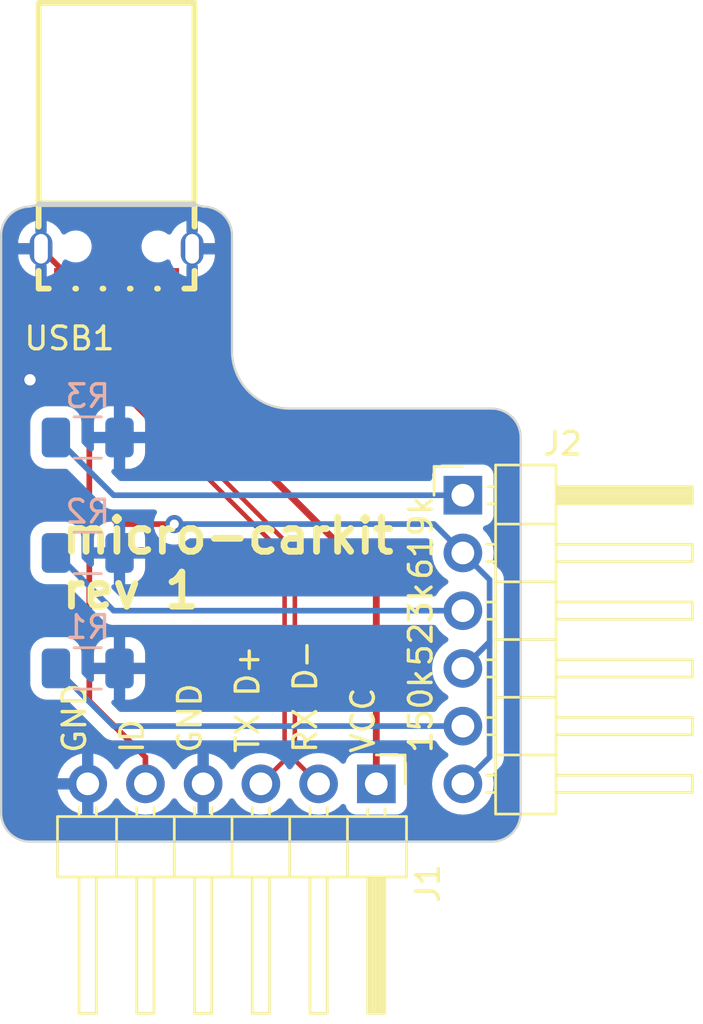
<source format=kicad_pcb>
(kicad_pcb (version 20221018) (generator pcbnew)
  (layers (0 "F.Cu" signal) (31 "B.Cu" signal) (34 "B.Paste" user) (35 "F.Paste" user) (36 "B.SilkS" user "B.Silkscreen") (37 "F.SilkS" user "F.Silkscreen") (38 "B.Mask" user) (39 "F.Mask" user) (44 "Edge.Cuts" user))
  (net 0 "")
  (net 1 "Net-(J2-Pin_1)")
  (net 2 "Net-(J2-Pin_3)")
  (net 3 "Net-(J2-Pin_5)")
  (net 4 "/ID")
  (net 5 "VCC")
  (net 6 "/D+")
  (net 7 "/D-")
  (net 8 "GND")
  (footprint "micro-usb-U-G-M5WS-W-01:U-G-M5WS-W-01" (layer "F.Cu") (at 27.94 30.531 180)
    (fp_text reference "USB1" (at 0 -3.207) (layer "F.SilkS") (effects (justify right)))
    (fp_text value "U-G-M5WS-W-01" hide)
    (fp_line (start -3.429 -1.016) (end -3.429 -0.236) (stroke (width 0.254)) (layer "F.SilkS"))
    (fp_line (start -3.429 1.712) (end -3.429 11.557) (stroke (width 0.254)) (layer "F.SilkS"))
    (fp_line (start -3.429 11.557) (end 3.429 11.557) (stroke (width 0.254)) (layer "F.SilkS"))
    (fp_line (start -2.981 -1.016) (end -3.429 -1.016) (stroke (width 0.254)) (layer "F.SilkS"))
    (fp_line (start -1.781 -1.016) (end -1.819 -1.016) (stroke (width 0.254)) (layer "F.SilkS"))
    (fp_line (start -0.581 -1.016) (end -0.619 -1.016) (stroke (width 0.254)) (layer "F.SilkS"))
    (fp_line (start 0.619 -1.016) (end 0.581 -1.016) (stroke (width 0.254)) (layer "F.SilkS"))
    (fp_line (start 1.819 -1.016) (end 1.781 -1.016) (stroke (width 0.254)) (layer "F.SilkS"))
    (fp_line (start 3.4 2.738) (end -3.4 2.738) (stroke (width 0.254)) (layer "F.SilkS"))
    (fp_line (start 3.429 -1.016) (end 2.981 -1.016) (stroke (width 0.254)) (layer "F.SilkS"))
    (fp_line (start 3.429 -0.236) (end 3.429 -1.016) (stroke (width 0.254)) (layer "F.SilkS"))
    (fp_line (start 3.429 11.557) (end 3.429 1.712) (stroke (width 0.254)) (layer "F.SilkS"))
    (fp_line (start -3.4 2.7) (end 3.4 2.7) (stroke (width 0.254)) (layer "Edge.Cuts"))
    (pad "" np_thru_hole circle (at -1.8 0.838 180) (size 0.9 0.9) (drill 0.9) (layers "*.Cu" "*.Mask"))
    (pad "" np_thru_hole circle (at 1.8 0.838 180) (size 0.9 0.9) (drill 0.9) (layers "*.Cu" "*.Mask"))
    (pad "1" smd rect (at -2.4 -0.737 180) (size 0.7 1.25) (layers "F.Cu" "F.Paste" "F.Mask") (net 5 "VCC"))
    (pad "2" smd rect (at -1.2 -0.737 180) (size 0.7 1.25) (layers "F.Cu" "F.Paste" "F.Mask") (net 7 "/D-"))
    (pad "3" smd rect (at 0 -0.737 180) (size 0.7 1.25) (layers "F.Cu" "F.Paste" "F.Mask") (net 6 "/D+"))
    (pad "4" smd rect (at 1.2 -0.737 180) (size 0.7 1.25) (layers "F.Cu" "F.Paste" "F.Mask") (net 4 "/ID"))
    (pad "5" smd rect (at 2.4 -0.737 180) (size 0.7 1.25) (layers "F.Cu" "F.Paste" "F.Mask") (net 8 "GND"))
    (pad "6" thru_hole oval (at -3.325 0.737 180) (size 1 1.5) (drill oval 0.6 1.3) (layers "*.Cu" "*.Mask") (net 8 "GND"))
    (pad "7" thru_hole oval (at 3.325 0.737 180) (size 1 1.5) (drill oval 0.6 1.3) (layers "*.Cu" "*.Mask") (net 8 "GND"))
  )
  (footprint "Connector_PinHeader_2.54mm:PinHeader_1x06_P2.54mm_Horizontal" (layer "F.Cu") (at 43.18 40.64)
    (fp_text reference "J2" (at 4.385 -2.27) (layer "F.SilkS"))
    (fp_text value "MUXER PIN")
    (fp_line (start -1.27 -1.27) (end 0 -1.27) (stroke (width 0.12)) (layer "F.SilkS"))
    (fp_line (start -1.27 0) (end -1.27 -1.27) (stroke (width 0.12)) (layer "F.SilkS"))
    (fp_line (start 1.042929 2.16) (end 1.44 2.16) (stroke (width 0.12)) (layer "F.SilkS"))
    (fp_line (start 1.042929 2.92) (end 1.44 2.92) (stroke (width 0.12)) (layer "F.SilkS"))
    (fp_line (start 1.042929 4.7) (end 1.44 4.7) (stroke (width 0.12)) (layer "F.SilkS"))
    (fp_line (start 1.042929 5.46) (end 1.44 5.46) (stroke (width 0.12)) (layer "F.SilkS"))
    (fp_line (start 1.042929 7.24) (end 1.44 7.24) (stroke (width 0.12)) (layer "F.SilkS"))
    (fp_line (start 1.042929 8) (end 1.44 8) (stroke (width 0.12)) (layer "F.SilkS"))
    (fp_line (start 1.042929 9.78) (end 1.44 9.78) (stroke (width 0.12)) (layer "F.SilkS"))
    (fp_line (start 1.042929 10.54) (end 1.44 10.54) (stroke (width 0.12)) (layer "F.SilkS"))
    (fp_line (start 1.042929 12.32) (end 1.44 12.32) (stroke (width 0.12)) (layer "F.SilkS"))
    (fp_line (start 1.042929 13.08) (end 1.44 13.08) (stroke (width 0.12)) (layer "F.SilkS"))
    (fp_line (start 1.11 -0.38) (end 1.44 -0.38) (stroke (width 0.12)) (layer "F.SilkS"))
    (fp_line (start 1.11 0.38) (end 1.44 0.38) (stroke (width 0.12)) (layer "F.SilkS"))
    (fp_line (start 1.44 -1.33) (end 1.44 14.03) (stroke (width 0.12)) (layer "F.SilkS"))
    (fp_line (start 1.44 1.27) (end 4.1 1.27) (stroke (width 0.12)) (layer "F.SilkS"))
    (fp_line (start 1.44 3.81) (end 4.1 3.81) (stroke (width 0.12)) (layer "F.SilkS"))
    (fp_line (start 1.44 6.35) (end 4.1 6.35) (stroke (width 0.12)) (layer "F.SilkS"))
    (fp_line (start 1.44 8.89) (end 4.1 8.89) (stroke (width 0.12)) (layer "F.SilkS"))
    (fp_line (start 1.44 11.43) (end 4.1 11.43) (stroke (width 0.12)) (layer "F.SilkS"))
    (fp_line (start 1.44 14.03) (end 4.1 14.03) (stroke (width 0.12)) (layer "F.SilkS"))
    (fp_line (start 4.1 -1.33) (end 1.44 -1.33) (stroke (width 0.12)) (layer "F.SilkS"))
    (fp_line (start 4.1 -0.38) (end 10.1 -0.38) (stroke (width 0.12)) (layer "F.SilkS"))
    (fp_line (start 4.1 -0.32) (end 10.1 -0.32) (stroke (width 0.12)) (layer "F.SilkS"))
    (fp_line (start 4.1 -0.2) (end 10.1 -0.2) (stroke (width 0.12)) (layer "F.SilkS"))
    (fp_line (start 4.1 -0.08) (end 10.1 -0.08) (stroke (width 0.12)) (layer "F.SilkS"))
    (fp_line (start 4.1 0.04) (end 10.1 0.04) (stroke (width 0.12)) (layer "F.SilkS"))
    (fp_line (start 4.1 0.16) (end 10.1 0.16) (stroke (width 0.12)) (layer "F.SilkS"))
    (fp_line (start 4.1 0.28) (end 10.1 0.28) (stroke (width 0.12)) (layer "F.SilkS"))
    (fp_line (start 4.1 2.16) (end 10.1 2.16) (stroke (width 0.12)) (layer "F.SilkS"))
    (fp_line (start 4.1 4.7) (end 10.1 4.7) (stroke (width 0.12)) (layer "F.SilkS"))
    (fp_line (start 4.1 7.24) (end 10.1 7.24) (stroke (width 0.12)) (layer "F.SilkS"))
    (fp_line (start 4.1 9.78) (end 10.1 9.78) (stroke (width 0.12)) (layer "F.SilkS"))
    (fp_line (start 4.1 12.32) (end 10.1 12.32) (stroke (width 0.12)) (layer "F.SilkS"))
    (fp_line (start 4.1 14.03) (end 4.1 -1.33) (stroke (width 0.12)) (layer "F.SilkS"))
    (fp_line (start 10.1 -0.38) (end 10.1 0.38) (stroke (width 0.12)) (layer "F.SilkS"))
    (fp_line (start 10.1 0.38) (end 4.1 0.38) (stroke (width 0.12)) (layer "F.SilkS"))
    (fp_line (start 10.1 2.16) (end 10.1 2.92) (stroke (width 0.12)) (layer "F.SilkS"))
    (fp_line (start 10.1 2.92) (end 4.1 2.92) (stroke (width 0.12)) (layer "F.SilkS"))
    (fp_line (start 10.1 4.7) (end 10.1 5.46) (stroke (width 0.12)) (layer "F.SilkS"))
    (fp_line (start 10.1 5.46) (end 4.1 5.46) (stroke (width 0.12)) (layer "F.SilkS"))
    (fp_line (start 10.1 7.24) (end 10.1 8) (stroke (width 0.12)) (layer "F.SilkS"))
    (fp_line (start 10.1 8) (end 4.1 8) (stroke (width 0.12)) (layer "F.SilkS"))
    (fp_line (start 10.1 9.78) (end 10.1 10.54) (stroke (width 0.12)) (layer "F.SilkS"))
    (fp_line (start 10.1 10.54) (end 4.1 10.54) (stroke (width 0.12)) (layer "F.SilkS"))
    (fp_line (start 10.1 12.32) (end 10.1 13.08) (stroke (width 0.12)) (layer "F.SilkS"))
    (fp_line (start 10.1 13.08) (end 4.1 13.08) (stroke (width 0.12)) (layer "F.SilkS"))
    (pad "1" thru_hole rect (at 0 0) (size 1.7 1.7) (drill 1) (layers "*.Cu" "*.Mask") (net 1 "Net-(J2-Pin_1)"))
    (pad "2" thru_hole oval (at 0 2.54) (size 1.7 1.7) (drill 1) (layers "*.Cu" "*.Mask") (net 4 "/ID"))
    (pad "3" thru_hole oval (at 0 5.08) (size 1.7 1.7) (drill 1) (layers "*.Cu" "*.Mask") (net 2 "Net-(J2-Pin_3)"))
    (pad "4" thru_hole oval (at 0 7.62) (size 1.7 1.7) (drill 1) (layers "*.Cu" "*.Mask") (net 4 "/ID"))
    (pad "5" thru_hole oval (at 0 10.16) (size 1.7 1.7) (drill 1) (layers "*.Cu" "*.Mask") (net 3 "Net-(J2-Pin_5)"))
    (pad "6" thru_hole oval (at 0 12.7) (size 1.7 1.7) (drill 1) (layers "*.Cu" "*.Mask") (net 4 "/ID"))
  )
  (footprint "Connector_PinHeader_2.54mm:PinHeader_1x06_P2.54mm_Horizontal" (layer "F.Cu") (at 39.37 53.34 -90)
    (fp_text reference "J1" (at 4.385 -2.27 90) (layer "F.SilkS"))
    (fp_text value "UART PIN")
    (fp_line (start -1.27 -1.27) (end 0 -1.27) (stroke (width 0.12)) (layer "F.SilkS"))
    (fp_line (start -1.27 0) (end -1.27 -1.27) (stroke (width 0.12)) (layer "F.SilkS"))
    (fp_line (start 1.042929 2.16) (end 1.44 2.16) (stroke (width 0.12)) (layer "F.SilkS"))
    (fp_line (start 1.042929 2.92) (end 1.44 2.92) (stroke (width 0.12)) (layer "F.SilkS"))
    (fp_line (start 1.042929 4.7) (end 1.44 4.7) (stroke (width 0.12)) (layer "F.SilkS"))
    (fp_line (start 1.042929 5.46) (end 1.44 5.46) (stroke (width 0.12)) (layer "F.SilkS"))
    (fp_line (start 1.042929 7.24) (end 1.44 7.24) (stroke (width 0.12)) (layer "F.SilkS"))
    (fp_line (start 1.042929 8) (end 1.44 8) (stroke (width 0.12)) (layer "F.SilkS"))
    (fp_line (start 1.042929 9.78) (end 1.44 9.78) (stroke (width 0.12)) (layer "F.SilkS"))
    (fp_line (start 1.042929 10.54) (end 1.44 10.54) (stroke (width 0.12)) (layer "F.SilkS"))
    (fp_line (start 1.042929 12.32) (end 1.44 12.32) (stroke (width 0.12)) (layer "F.SilkS"))
    (fp_line (start 1.042929 13.08) (end 1.44 13.08) (stroke (width 0.12)) (layer "F.SilkS"))
    (fp_line (start 1.11 -0.38) (end 1.44 -0.38) (stroke (width 0.12)) (layer "F.SilkS"))
    (fp_line (start 1.11 0.38) (end 1.44 0.38) (stroke (width 0.12)) (layer "F.SilkS"))
    (fp_line (start 1.44 -1.33) (end 1.44 14.03) (stroke (width 0.12)) (layer "F.SilkS"))
    (fp_line (start 1.44 1.27) (end 4.1 1.27) (stroke (width 0.12)) (layer "F.SilkS"))
    (fp_line (start 1.44 3.81) (end 4.1 3.81) (stroke (width 0.12)) (layer "F.SilkS"))
    (fp_line (start 1.44 6.35) (end 4.1 6.35) (stroke (width 0.12)) (layer "F.SilkS"))
    (fp_line (start 1.44 8.89) (end 4.1 8.89) (stroke (width 0.12)) (layer "F.SilkS"))
    (fp_line (start 1.44 11.43) (end 4.1 11.43) (stroke (width 0.12)) (layer "F.SilkS"))
    (fp_line (start 1.44 14.03) (end 4.1 14.03) (stroke (width 0.12)) (layer "F.SilkS"))
    (fp_line (start 4.1 -1.33) (end 1.44 -1.33) (stroke (width 0.12)) (layer "F.SilkS"))
    (fp_line (start 4.1 -0.38) (end 10.1 -0.38) (stroke (width 0.12)) (layer "F.SilkS"))
    (fp_line (start 4.1 -0.32) (end 10.1 -0.32) (stroke (width 0.12)) (layer "F.SilkS"))
    (fp_line (start 4.1 -0.2) (end 10.1 -0.2) (stroke (width 0.12)) (layer "F.SilkS"))
    (fp_line (start 4.1 -0.08) (end 10.1 -0.08) (stroke (width 0.12)) (layer "F.SilkS"))
    (fp_line (start 4.1 0.04) (end 10.1 0.04) (stroke (width 0.12)) (layer "F.SilkS"))
    (fp_line (start 4.1 0.16) (end 10.1 0.16) (stroke (width 0.12)) (layer "F.SilkS"))
    (fp_line (start 4.1 0.28) (end 10.1 0.28) (stroke (width 0.12)) (layer "F.SilkS"))
    (fp_line (start 4.1 2.16) (end 10.1 2.16) (stroke (width 0.12)) (layer "F.SilkS"))
    (fp_line (start 4.1 4.7) (end 10.1 4.7) (stroke (width 0.12)) (layer "F.SilkS"))
    (fp_line (start 4.1 7.24) (end 10.1 7.24) (stroke (width 0.12)) (layer "F.SilkS"))
    (fp_line (start 4.1 9.78) (end 10.1 9.78) (stroke (width 0.12)) (layer "F.SilkS"))
    (fp_line (start 4.1 12.32) (end 10.1 12.32) (stroke (width 0.12)) (layer "F.SilkS"))
    (fp_line (start 4.1 14.03) (end 4.1 -1.33) (stroke (width 0.12)) (layer "F.SilkS"))
    (fp_line (start 10.1 -0.38) (end 10.1 0.38) (stroke (width 0.12)) (layer "F.SilkS"))
    (fp_line (start 10.1 0.38) (end 4.1 0.38) (stroke (width 0.12)) (layer "F.SilkS"))
    (fp_line (start 10.1 2.16) (end 10.1 2.92) (stroke (width 0.12)) (layer "F.SilkS"))
    (fp_line (start 10.1 2.92) (end 4.1 2.92) (stroke (width 0.12)) (layer "F.SilkS"))
    (fp_line (start 10.1 4.7) (end 10.1 5.46) (stroke (width 0.12)) (layer "F.SilkS"))
    (fp_line (start 10.1 5.46) (end 4.1 5.46) (stroke (width 0.12)) (layer "F.SilkS"))
    (fp_line (start 10.1 7.24) (end 10.1 8) (stroke (width 0.12)) (layer "F.SilkS"))
    (fp_line (start 10.1 8) (end 4.1 8) (stroke (width 0.12)) (layer "F.SilkS"))
    (fp_line (start 10.1 9.78) (end 10.1 10.54) (stroke (width 0.12)) (layer "F.SilkS"))
    (fp_line (start 10.1 10.54) (end 4.1 10.54) (stroke (width 0.12)) (layer "F.SilkS"))
    (fp_line (start 10.1 12.32) (end 10.1 13.08) (stroke (width 0.12)) (layer "F.SilkS"))
    (fp_line (start 10.1 13.08) (end 4.1 13.08) (stroke (width 0.12)) (layer "F.SilkS"))
    (pad "1" thru_hole rect (at 0 0 270) (size 1.7 1.7) (drill 1) (layers "*.Cu" "*.Mask") (net 5 "VCC"))
    (pad "2" thru_hole oval (at 0 2.54 270) (size 1.7 1.7) (drill 1) (layers "*.Cu" "*.Mask") (net 7 "/D-"))
    (pad "3" thru_hole oval (at 0 5.08 270) (size 1.7 1.7) (drill 1) (layers "*.Cu" "*.Mask") (net 6 "/D+"))
    (pad "4" thru_hole oval (at 0 7.62 270) (size 1.7 1.7) (drill 1) (layers "*.Cu" "*.Mask") (net 8 "GND"))
    (pad "5" thru_hole oval (at 0 10.16 270) (size 1.7 1.7) (drill 1) (layers "*.Cu" "*.Mask") (net 4 "/ID"))
    (pad "6" thru_hole oval (at 0 12.7 270) (size 1.7 1.7) (drill 1) (layers "*.Cu" "*.Mask") (net 8 "GND"))
  )
  (footprint "PCM_4ms_Resistor:R_1206_3216Metric" (layer "B.Cu") (at 26.67 48.26 180)
    (fp_text reference "R1" (at 0 1.82) (layer "B.SilkS") (effects (justify mirror)))
    (fp_text value "150kΩ")
    (fp_line (start -0.602064 -0.91) (end 0.602064 -0.91) (stroke (width 0.12)) (layer "B.SilkS"))
    (fp_line (start -0.602064 0.91) (end 0.602064 0.91) (stroke (width 0.12)) (layer "B.SilkS"))
    (pad "1" smd roundrect (at -1.4 0 180) (size 1.25 1.75) (layers "B.Cu" "B.Paste" "B.Mask") (roundrect_rratio 0.2) (net 8 "GND"))
    (pad "2" smd roundrect (at 1.4 0 180) (size 1.25 1.75) (layers "B.Cu" "B.Paste" "B.Mask") (roundrect_rratio 0.2) (net 3 "Net-(J2-Pin_5)"))
  )
  (footprint "PCM_4ms_Resistor:R_1206_3216Metric" (layer "B.Cu") (at 26.67 38.1 180)
    (fp_text reference "R3" (at 0 1.82) (layer "B.SilkS") (effects (justify mirror)))
    (fp_text value "619kΩ")
    (fp_line (start -0.602064 -0.91) (end 0.602064 -0.91) (stroke (width 0.12)) (layer "B.SilkS"))
    (fp_line (start -0.602064 0.91) (end 0.602064 0.91) (stroke (width 0.12)) (layer "B.SilkS"))
    (pad "1" smd roundrect (at -1.4 0 180) (size 1.25 1.75) (layers "B.Cu" "B.Paste" "B.Mask") (roundrect_rratio 0.2) (net 8 "GND"))
    (pad "2" smd roundrect (at 1.4 0 180) (size 1.25 1.75) (layers "B.Cu" "B.Paste" "B.Mask") (roundrect_rratio 0.2) (net 1 "Net-(J2-Pin_1)"))
  )
  (footprint "PCM_4ms_Resistor:R_1206_3216Metric" (layer "B.Cu") (at 26.67 43.18 180)
    (fp_text reference "R2" (at 0 1.82) (layer "B.SilkS") (effects (justify mirror)))
    (fp_text value "523kΩ")
    (fp_line (start -0.602064 -0.91) (end 0.602064 -0.91) (stroke (width 0.12)) (layer "B.SilkS"))
    (fp_line (start -0.602064 0.91) (end 0.602064 0.91) (stroke (width 0.12)) (layer "B.SilkS"))
    (pad "1" smd roundrect (at -1.4 0 180) (size 1.25 1.75) (layers "B.Cu" "B.Paste" "B.Mask") (roundrect_rratio 0.2) (net 8 "GND"))
    (pad "2" smd roundrect (at 1.4 0 180) (size 1.25 1.75) (layers "B.Cu" "B.Paste" "B.Mask") (roundrect_rratio 0.2) (net 2 "Net-(J2-Pin_3)"))
  )
  (gr_arc (start 44.45 36.83) (mid 45.348026 37.201974) (end 45.72 38.1) (stroke (width 0.1)) (layer "Edge.Cuts"))
  (gr_line (start 22.86 29.21) (end 22.86 54.61) (stroke (width 0.1)) (layer "Edge.Cuts"))
  (gr_arc (start 35.56 36.83) (mid 33.763949 36.086051) (end 33.02 34.29) (stroke (width 0.1)) (layer "Edge.Cuts"))
  (gr_arc (start 22.86 29.21) (mid 23.231974 28.311974) (end 24.13 27.94) (stroke (width 0.1)) (layer "Edge.Cuts"))
  (gr_arc (start 45.72 54.61) (mid 45.348026 55.508026) (end 44.45 55.88) (stroke (width 0.1)) (layer "Edge.Cuts"))
  (gr_line (start 33.02 29.21) (end 33.02 34.29) (stroke (width 0.1)) (layer "Edge.Cuts"))
  (gr_line (start 24.13 27.94) (end 24.54 27.831) (stroke (width 0.1)) (layer "Edge.Cuts"))
  (gr_line (start 31.75 27.94) (end 31.34 27.831) (stroke (width 0.1)) (layer "Edge.Cuts"))
  (gr_line (start 44.45 55.88) (end 24.13 55.88) (stroke (width 0.1)) (layer "Edge.Cuts"))
  (gr_line (start 45.72 38.1) (end 45.72 54.61) (stroke (width 0.1)) (layer "Edge.Cuts"))
  (gr_line (start 35.56 36.83) (end 44.45 36.83) (stroke (width 0.1)) (layer "Edge.Cuts"))
  (gr_arc (start 24.13 55.88) (mid 23.231974 55.508026) (end 22.86 54.61) (stroke (width 0.1)) (layer "Edge.Cuts"))
  (gr_arc (start 31.75 27.94) (mid 32.648026 28.311974) (end 33.02 29.21) (stroke (width 0.1)) (layer "Edge.Cuts"))
  (gr_text "RX D-" (at 36.83 52.07 90) (layer "F.SilkS") (effects (font (size 1 1)) (justify left bottom)))
  (gr_text "619k" (at 41.91 44.45 90) (layer "F.SilkS") (effects (font (size 1 1)) (justify left bottom)))
  (gr_text "VCC" (at 39.37 52.07 90) (layer "F.SilkS") (effects (font (size 1 1)) (justify left bottom)))
  (gr_text "micro-carkit\nrev 1" (at 25.4 45.72) (layer "F.SilkS") (effects (font (size 1.5 1.5) (thickness 0.3) bold) (justify left bottom)))
  (gr_text "GND" (at 31.75 52.07 90) (layer "F.SilkS") (effects (font (size 1 1)) (justify left bottom)))
  (gr_text "150k" (at 41.91 52.07 90) (layer "F.SilkS") (effects (font (size 1 1)) (justify left bottom)))
  (gr_text "ID" (at 29.21 52.07 90) (layer "F.SilkS") (effects (font (size 1 1)) (justify left bottom)))
  (gr_text "523k" (at 41.91 48.26 90) (layer "F.SilkS") (effects (font (size 1 1)) (justify left bottom)))
  (gr_text "TX D+" (at 34.29 52.07 90) (layer "F.SilkS") (effects (font (size 1 1)) (justify left bottom)))
  (gr_text "GND" (at 26.67 52.07 90) (layer "F.SilkS") (effects (font (size 1 1)) (justify left bottom)))
  (segment (start 27.81 40.64) (end 25.27 38.1) (width 0.25) (layer "B.Cu") (net 1))
  (segment (start 43.18 40.64) (end 27.81 40.64) (width 0.25) (layer "B.Cu") (net 1))
  (segment (start 25.27 43.18) (end 27.81 45.72) (width 0.25) (layer "B.Cu") (net 2))
  (segment (start 27.81 45.72) (end 43.18 45.72) (width 0.25) (layer "B.Cu") (net 2))
  (segment (start 25.27 48.26) (end 27.81 50.8) (width 0.25) (layer "B.Cu") (net 3))
  (segment (start 27.81 50.8) (end 43.18 50.8) (width 0.25) (layer "B.Cu") (net 3))
  (segment (start 28.01 41.91) (end 30.48 41.91) (width 0.25) (layer "F.Cu") (net 4))
  (segment (start 29.21 52.1631) (end 26.74 49.6931) (width 0.25) (layer "F.Cu") (net 4))
  (segment (start 29.21 53.34) (end 29.21 52.1631) (width 0.25) (layer "F.Cu") (net 4))
  (segment (start 26.74 40.64) (end 28.01 41.91) (width 0.25) (layer "F.Cu") (net 4))
  (segment (start 26.74 49.6931) (end 26.74 40.64) (width 0.25) (layer "F.Cu") (net 4))
  (segment (start 26.74 40.64) (end 26.74 31.268) (width 0.25) (layer "F.Cu") (net 4))
  (via (at 30.48 41.91) (size 0.8) (drill 0.4) (layers "F.Cu" "B.Cu") (net 4))
  (segment (start 44.355 44.355) (end 44.355 46.99) (width 0.25) (layer "B.Cu") (net 4))
  (segment (start 44.355 47.085) (end 44.355 46.99) (width 0.25) (layer "B.Cu") (net 4))
  (segment (start 30.48 41.91) (end 41.91 41.91) (width 0.25) (layer "B.Cu") (net 4))
  (segment (start 43.18 43.18) (end 44.355 44.355) (width 0.25) (layer "B.Cu") (net 4))
  (segment (start 44.355 46.99) (end 44.355 52.165) (width 0.25) (layer "B.Cu") (net 4))
  (segment (start 41.91 41.91) (end 43.18 43.18) (width 0.25) (layer "B.Cu") (net 4))
  (segment (start 43.18 48.26) (end 44.355 47.085) (width 0.25) (layer "B.Cu") (net 4))
  (segment (start 44.355 52.165) (end 43.18 53.34) (width 0.25) (layer "B.Cu") (net 4))
  (segment (start 30.34 35.42) (end 39.37 44.45) (width 0.3) (layer "F.Cu") (net 5))
  (segment (start 39.37 44.45) (end 39.37 53.34) (width 0.3) (layer "F.Cu") (net 5))
  (segment (start 30.34 31.268) (end 30.34 35.42) (width 0.3) (layer "F.Cu") (net 5))
  (segment (start 27.94 32.205501) (end 28.315 32.580501) (width 0.2) (layer "F.Cu") (net 6))
  (segment (start 28.315 32.580501) (end 28.315 36.2532) (width 0.2) (layer "F.Cu") (net 6))
  (segment (start 35.334999 52.295001) (end 34.29 53.34) (width 0.2) (layer "F.Cu") (net 6))
  (segment (start 35.334999 43.273199) (end 35.334999 52.295001) (width 0.2) (layer "F.Cu") (net 6))
  (segment (start 28.315 36.2532) (end 35.334999 43.273199) (width 0.2) (layer "F.Cu") (net 6))
  (segment (start 27.94 31.268) (end 27.94 32.205501) (width 0.2) (layer "F.Cu") (net 6))
  (segment (start 28.765 32.580501) (end 28.765 36.0668) (width 0.2) (layer "F.Cu") (net 7))
  (segment (start 29.14 31.268) (end 29.14 32.205501) (width 0.2) (layer "F.Cu") (net 7))
  (segment (start 28.765 36.0668) (end 35.785001 43.086801) (width 0.2) (layer "F.Cu") (net 7))
  (segment (start 35.785001 43.086801) (end 35.785001 52.295001) (width 0.2) (layer "F.Cu") (net 7))
  (segment (start 29.14 32.205501) (end 28.765 32.580501) (width 0.2) (layer "F.Cu") (net 7))
  (segment (start 35.785001 52.295001) (end 36.83 53.34) (width 0.2) (layer "F.Cu") (net 7))
  (segment (start 25.54 31.268) (end 25.54 34.15) (width 0.25) (layer "F.Cu") (net 8))
  (segment (start 25.54 31.268) (end 25.54 30.719) (width 0.25) (layer "F.Cu") (net 8))
  (segment (start 25.54 30.719) (end 24.615 29.794) (width 0.25) (layer "F.Cu") (net 8))
  (segment (start 25.54 34.15) (end 24.13 35.56) (width 0.25) (layer "F.Cu") (net 8))
  (via (at 24.13 35.56) (size 1) (drill 0.5) (layers "F.Cu" "B.Cu") (net 8))
  (zone (net 8) (net_name "GND") (layer "B.Cu") (connect_pads (clearance 0.5)) (min_thickness 0.25) (fill yes (thermal_gap 0.5) (thermal_bridge_width 0.5))
    (polygon (pts (xy 22.86 27.94) (xy 33.02 27.94) (xy 33.02 34.29) (xy 35.56 36.83) (xy 45.72 36.83) (xy 45.72 55.88) (xy 22.86 55.88)))
  )
)
</source>
